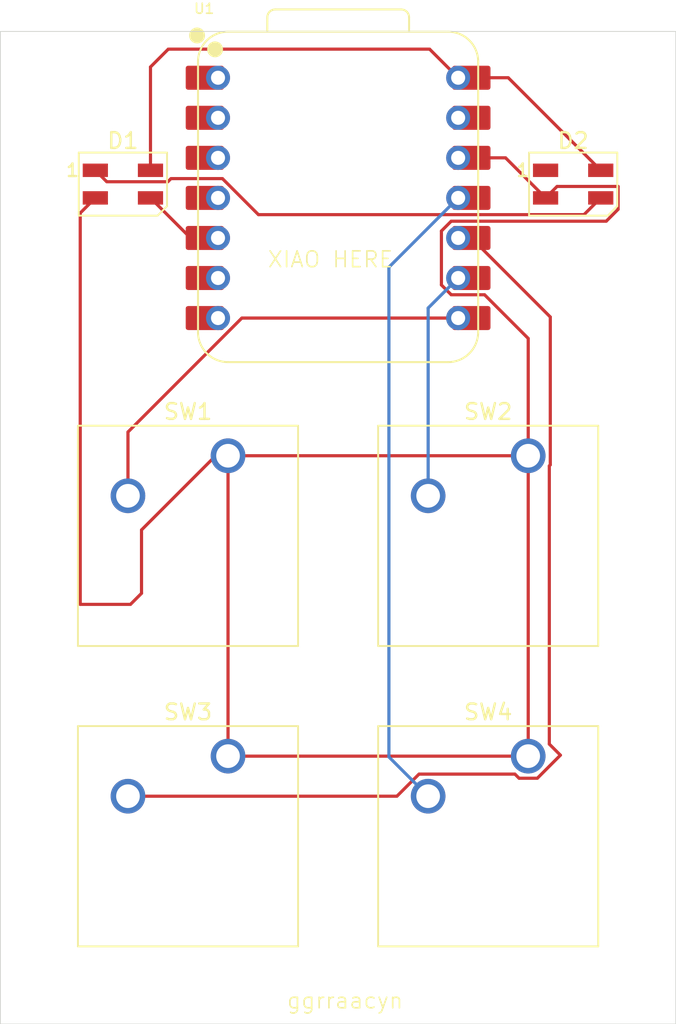
<source format=kicad_pcb>
(kicad_pcb (version 20241229) (generator "pcbnew") (generator_version "9.0")
  (layers (0 "F.Cu" signal) (2 "B.Cu" signal) (13 "F.Paste" user) (15 "B.Paste" user) (5 "F.SilkS" user "F.Silkscreen") (7 "B.SilkS" user "B.Silkscreen") (1 "F.Mask" user) (3 "B.Mask" user) (25 "Edge.Cuts" user))
  (net 0 "")
  (net 1 "Net-(D1-DOUT)")
  (net 2 "Net-(D1-DIN)")
  (net 3 "+5V")
  (net 4 "GND")
  (net 6 "Net-(U1-GPIO1{slash}RX)")
  (net 7 "Net-(U1-GPIO2{slash}SCK)")
  (net 8 "Net-(U1-GPIO4{slash}MISO)")
  (net 9 "Net-(U1-GPIO3{slash}MOSI)")
  (footprint "Button_Switch_Keyboard:SW_Cherry_MX_1.00u_PCB" (layer "F.Cu") (at 193.04 118.745)
    (property "Reference" "SW2" (at -2.54 -2.794 0) (layer "F.SilkS"))
    (property "Value" "SW_Push")
    (fp_line (start -9.525 -1.905) (end 4.445 -1.905) (stroke (width 0.12)) (layer "F.SilkS"))
    (fp_line (start -9.525 12.065) (end -9.525 -1.905) (stroke (width 0.12)) (layer "F.SilkS"))
    (fp_line (start 4.445 -1.905) (end 4.445 12.065) (stroke (width 0.12)) (layer "F.SilkS"))
    (fp_line (start 4.445 12.065) (end -9.525 12.065) (stroke (width 0.12)) (layer "F.SilkS"))
    (pad "" np_thru_hole circle (at -7.62 5.08) (size 1.7 1.7) (drill 1.7) (layers "*.Cu" "*.Mask"))
    (pad "" np_thru_hole circle (at -2.54 5.08) (size 4 4) (drill 4) (layers "*.Cu" "*.Mask"))
    (pad "" np_thru_hole circle (at 2.54 5.08) (size 1.7 1.7) (drill 1.7) (layers "*.Cu" "*.Mask"))
    (pad "1" thru_hole circle (at 0 0) (size 2.2 2.2) (drill 1.5) (layers "*.Cu" "*.Mask") (net 4 "GND"))
    (pad "2" thru_hole circle (at -6.35 2.54) (size 2.2 2.2) (drill 1.5) (layers "*.Cu" "*.Mask") (net 7 "Net-(U1-GPIO2{slash}SCK)"))
  )
  (footprint "LED_SMD:LED_SK6812MINI_PLCC4_3.5x3.5mm_P1.75mm" (layer "F.Cu") (at 167.31875 101.51875)
    (property "Reference" "D1" (at 0 -2.75 0) (layer "F.SilkS"))
    (property "Value" "SK6812MINI")
    (fp_line (start -2.8 -2) (end -2.8 2) (stroke (width 0.12)) (layer "F.SilkS"))
    (fp_line (start -2.8 -2) (end 2.8 -2) (stroke (width 0.12)) (layer "F.SilkS"))
    (fp_line (start -2.8 2) (end 2.2 2) (stroke (width 0.12)) (layer "F.SilkS"))
    (fp_line (start 2.8 1.4) (end 2.2 2) (stroke (width 0.12)) (layer "F.SilkS"))
    (fp_line (start 2.8 1.4) (end 2.8 -2) (stroke (width 0.12)) (layer "F.SilkS"))
    (fp_text user "1" (at -3.2 -0.875 0) (layer "F.SilkS") (effects (font (size 0.8 0.8))))
    (pad "1" smd rect (at -1.75 -0.875) (size 1.6 0.85) (layers "F.Cu" "F.Mask" "F.Paste") (net 1 "Net-(D1-DOUT)"))
    (pad "2" smd rect (at -1.75 0.875) (size 1.6 0.85) (layers "F.Cu" "F.Mask" "F.Paste") (net 4 "GND"))
    (pad "3" smd rect (at 1.75 0.875) (size 1.6 0.85) (layers "F.Cu" "F.Mask" "F.Paste") (net 2 "Net-(D1-DIN)"))
    (pad "4" smd rect (at 1.75 -0.875) (size 1.6 0.85) (layers "F.Cu" "F.Mask" "F.Paste") (net 3 "+5V"))
  )
  (footprint "Button_Switch_Keyboard:SW_Cherry_MX_1.00u_PCB" (layer "F.Cu") (at 173.99 118.745)
    (property "Reference" "SW1" (at -2.54 -2.794 0) (layer "F.SilkS"))
    (property "Value" "SW_Push")
    (fp_line (start -9.525 -1.905) (end 4.445 -1.905) (stroke (width 0.12)) (layer "F.SilkS"))
    (fp_line (start -9.525 12.065) (end -9.525 -1.905) (stroke (width 0.12)) (layer "F.SilkS"))
    (fp_line (start 4.445 -1.905) (end 4.445 12.065) (stroke (width 0.12)) (layer "F.SilkS"))
    (fp_line (start 4.445 12.065) (end -9.525 12.065) (stroke (width 0.12)) (layer "F.SilkS"))
    (pad "" np_thru_hole circle (at -7.62 5.08) (size 1.7 1.7) (drill 1.7) (layers "*.Cu" "*.Mask"))
    (pad "" np_thru_hole circle (at -2.54 5.08) (size 4 4) (drill 4) (layers "*.Cu" "*.Mask"))
    (pad "" np_thru_hole circle (at 2.54 5.08) (size 1.7 1.7) (drill 1.7) (layers "*.Cu" "*.Mask"))
    (pad "1" thru_hole circle (at 0 0) (size 2.2 2.2) (drill 1.5) (layers "*.Cu" "*.Mask") (net 4 "GND"))
    (pad "2" thru_hole circle (at -6.35 2.54) (size 2.2 2.2) (drill 1.5) (layers "*.Cu" "*.Mask") (net 6 "Net-(U1-GPIO1{slash}RX)"))
  )
  (footprint "Button_Switch_Keyboard:SW_Cherry_MX_1.00u_PCB" (layer "F.Cu") (at 193.04 137.795)
    (property "Reference" "SW4" (at -2.54 -2.794 0) (layer "F.SilkS"))
    (property "Value" "SW_Push")
    (fp_line (start -9.525 -1.905) (end 4.445 -1.905) (stroke (width 0.12)) (layer "F.SilkS"))
    (fp_line (start -9.525 12.065) (end -9.525 -1.905) (stroke (width 0.12)) (layer "F.SilkS"))
    (fp_line (start 4.445 -1.905) (end 4.445 12.065) (stroke (width 0.12)) (layer "F.SilkS"))
    (fp_line (start 4.445 12.065) (end -9.525 12.065) (stroke (width 0.12)) (layer "F.SilkS"))
    (pad "" np_thru_hole circle (at -7.62 5.08) (size 1.7 1.7) (drill 1.7) (layers "*.Cu" "*.Mask"))
    (pad "" np_thru_hole circle (at -2.54 5.08) (size 4 4) (drill 4) (layers "*.Cu" "*.Mask"))
    (pad "" np_thru_hole circle (at 2.54 5.08) (size 1.7 1.7) (drill 1.7) (layers "*.Cu" "*.Mask"))
    (pad "1" thru_hole circle (at 0 0) (size 2.2 2.2) (drill 1.5) (layers "*.Cu" "*.Mask") (net 4 "GND"))
    (pad "2" thru_hole circle (at -6.35 2.54) (size 2.2 2.2) (drill 1.5) (layers "*.Cu" "*.Mask") (net 9 "Net-(U1-GPIO3{slash}MOSI)"))
  )
  (footprint "Button_Switch_Keyboard:SW_Cherry_MX_1.00u_PCB" (layer "F.Cu") (at 173.99 137.795)
    (property "Reference" "SW3" (at -2.54 -2.794 0) (layer "F.SilkS"))
    (property "Value" "SW_Push")
    (fp_line (start -9.525 -1.905) (end 4.445 -1.905) (stroke (width 0.12)) (layer "F.SilkS"))
    (fp_line (start -9.525 12.065) (end -9.525 -1.905) (stroke (width 0.12)) (layer "F.SilkS"))
    (fp_line (start 4.445 -1.905) (end 4.445 12.065) (stroke (width 0.12)) (layer "F.SilkS"))
    (fp_line (start 4.445 12.065) (end -9.525 12.065) (stroke (width 0.12)) (layer "F.SilkS"))
    (pad "" np_thru_hole circle (at -7.62 5.08) (size 1.7 1.7) (drill 1.7) (layers "*.Cu" "*.Mask"))
    (pad "" np_thru_hole circle (at -2.54 5.08) (size 4 4) (drill 4) (layers "*.Cu" "*.Mask"))
    (pad "" np_thru_hole circle (at 2.54 5.08) (size 1.7 1.7) (drill 1.7) (layers "*.Cu" "*.Mask"))
    (pad "1" thru_hole circle (at 0 0) (size 2.2 2.2) (drill 1.5) (layers "*.Cu" "*.Mask") (net 4 "GND"))
    (pad "2" thru_hole circle (at -6.35 2.54) (size 2.2 2.2) (drill 1.5) (layers "*.Cu" "*.Mask") (net 8 "Net-(U1-GPIO4{slash}MISO)"))
  )
  (footprint "Library:XIAO-RP2040-DIP" (layer "F.Cu") (at 180.975 102.39375)
    (property "Reference" "U1" (at -8.5 -12 0) (layer "F.SilkS") (effects (font (size 0.635 0.635) (thickness 0.1016))))
    (property "Value" "XIAO-RP2040-DIP")
    (fp_line (start -8.89 8.509) (end -8.89 -8.636) (stroke (width 0.127)) (layer "F.SilkS"))
    (fp_line (start -6.985 10.414) (end 6.985 10.414) (stroke (width 0.127)) (layer "F.SilkS"))
    (fp_line (start -4.495 -10.541) (end -4.491272 -11.451272) (stroke (width 0.127)) (layer "F.SilkS"))
    (fp_line (start -3.991272 -11.951) (end 4.004 -11.951) (stroke (width 0.127)) (layer "F.SilkS"))
    (fp_line (start 4.504 -11.451) (end 4.504 -10.541) (stroke (width 0.127)) (layer "F.SilkS"))
    (fp_line (start 6.985 -10.541) (end -6.985 -10.541) (stroke (width 0.1)) (layer "F.SilkS"))
    (fp_line (start 6.985 -10.541) (end -6.985 -10.541) (stroke (width 0.127)) (layer "F.SilkS"))
    (fp_line (start 8.89 8.509) (end 8.89 -8.636) (stroke (width 0.127)) (layer "F.SilkS"))
    (fp_arc (start -8.89 -8.636) (mid -8.332038 -9.983038) (end -6.985 -10.541) (stroke (width 0.127)) (layer "F.SilkS"))
    (fp_arc (start -6.985 10.414) (mid -8.332038 9.856038) (end -8.89 8.509) (stroke (width 0.127)) (layer "F.SilkS"))
    (fp_arc (start -4.491272 -11.451272) (mid -4.344728 -11.80464) (end -3.991272 -11.951) (stroke (width 0.127)) (layer "F.SilkS"))
    (fp_arc (start 4.004 -11.951) (mid 4.357553 -11.804553) (end 4.504 -11.451) (stroke (width 0.127)) (layer "F.SilkS"))
    (fp_arc (start 6.985 -10.541) (mid 8.332038 -9.983038) (end 8.89 -8.636) (stroke (width 0.127)) (layer "F.SilkS"))
    (fp_arc (start 8.89 8.509) (mid 8.332038 9.856038) (end 6.985 10.414) (stroke (width 0.127)) (layer "F.SilkS"))
    (fp_circle (center -8.95 -10.3) (end -8.95 -10.554) (stroke (width 0.5)) (fill yes) (layer "F.SilkS"))
    (fp_circle (center -7.807 -9.42) (end -7.807 -9.674) (stroke (width 0.5)) (fill yes) (layer "F.SilkS"))
    (pad "1" smd roundrect (at -8.455 -7.62 180) (size 2.432 1.524) (layers "F.Cu" "F.Mask") (roundrect_rratio 0.1))
    (pad "1" thru_hole circle (at -7.62 -7.62 180) (size 1.524 1.524) (drill 0.889) (layers "*.Cu" "*.Mask"))
    (pad "2" smd roundrect (at -8.455 -5.08 180) (size 2.432 1.524) (layers "F.Cu" "F.Mask") (roundrect_rratio 0.1))
    (pad "2" thru_hole circle (at -7.62 -5.08 180) (size 1.524 1.524) (drill 0.889) (layers "*.Cu" "*.Mask"))
    (pad "3" smd roundrect (at -8.455 -2.54 180) (size 2.432 1.524) (layers "F.Cu" "F.Mask") (roundrect_rratio 0.1))
    (pad "3" thru_hole circle (at -7.62 -2.54 180) (size 1.524 1.524) (drill 0.889) (layers "*.Cu" "*.Mask"))
    (pad "4" smd roundrect (at -8.455 0 180) (size 2.432 1.524) (layers "F.Cu" "F.Mask") (roundrect_rratio 0.1))
    (pad "4" thru_hole circle (at -7.62 0 180) (size 1.524 1.524) (drill 0.889) (layers "*.Cu" "*.Mask"))
    (pad "5" smd roundrect (at -8.455 2.54 180) (size 2.432 1.524) (layers "F.Cu" "F.Mask") (roundrect_rratio 0.1) (net 2 "Net-(D1-DIN)"))
    (pad "5" thru_hole circle (at -7.62 2.54 180) (size 1.524 1.524) (drill 0.889) (layers "*.Cu" "*.Mask") (net 2 "Net-(D1-DIN)"))
    (pad "6" smd roundrect (at -8.455 5.08 180) (size 2.432 1.524) (layers "F.Cu" "F.Mask") (roundrect_rratio 0.1))
    (pad "6" thru_hole circle (at -7.62 5.08 180) (size 1.524 1.524) (drill 0.889) (layers "*.Cu" "*.Mask"))
    (pad "7" smd roundrect (at -8.455 7.62 180) (size 2.432 1.524) (layers "F.Cu" "F.Mask") (roundrect_rratio 0.1))
    (pad "7" thru_hole circle (at -7.62 7.62 180) (size 1.524 1.524) (drill 0.889) (layers "*.Cu" "*.Mask"))
    (pad "8" thru_hole circle (at 7.62 7.62) (size 1.524 1.524) (drill 0.889) (layers "*.Cu" "*.Mask") (net 6 "Net-(U1-GPIO1{slash}RX)"))
    (pad "8" smd roundrect (at 8.455 7.62) (size 2.432 1.524) (layers "F.Cu" "F.Mask") (roundrect_rratio 0.1) (net 6 "Net-(U1-GPIO1{slash}RX)"))
    (pad "9" thru_hole circle (at 7.62 5.08) (size 1.524 1.524) (drill 0.889) (layers "*.Cu" "*.Mask") (net 7 "Net-(U1-GPIO2{slash}SCK)"))
    (pad "9" smd roundrect (at 8.455 5.08) (size 2.432 1.524) (layers "F.Cu" "F.Mask") (roundrect_rratio 0.1) (net 7 "Net-(U1-GPIO2{slash}SCK)"))
    (pad "10" thru_hole circle (at 7.62 2.54) (size 1.524 1.524) (drill 0.889) (layers "*.Cu" "*.Mask") (net 8 "Net-(U1-GPIO4{slash}MISO)"))
    (pad "10" smd roundrect (at 8.455 2.54) (size 2.432 1.524) (layers "F.Cu" "F.Mask") (roundrect_rratio 0.1) (net 8 "Net-(U1-GPIO4{slash}MISO)"))
    (pad "11" thru_hole circle (at 7.62 0) (size 1.524 1.524) (drill 0.889) (layers "*.Cu" "*.Mask") (net 9 "Net-(U1-GPIO3{slash}MOSI)"))
    (pad "11" smd roundrect (at 8.455 0) (size 2.432 1.524) (layers "F.Cu" "F.Mask") (roundrect_rratio 0.1) (net 9 "Net-(U1-GPIO3{slash}MOSI)"))
    (pad "12" thru_hole circle (at 7.62 -2.54) (size 1.524 1.524) (drill 0.889) (layers "*.Cu" "*.Mask") (net 4 "GND"))
    (pad "12" smd roundrect (at 8.455 -2.54) (size 2.432 1.524) (layers "F.Cu" "F.Mask") (roundrect_rratio 0.1) (net 4 "GND"))
    (pad "13" thru_hole circle (at 7.62 -5.08) (size 1.524 1.524) (drill 0.889) (layers "*.Cu" "*.Mask"))
    (pad "13" smd roundrect (at 8.455 -5.08) (size 2.432 1.524) (layers "F.Cu" "F.Mask") (roundrect_rratio 0.1))
    (pad "14" thru_hole circle (at 7.62 -7.62) (size 1.524 1.524) (drill 0.889) (layers "*.Cu" "*.Mask") (net 3 "+5V"))
    (pad "14" smd roundrect (at 8.455 -7.62) (size 2.432 1.524) (layers "F.Cu" "F.Mask") (roundrect_rratio 0.1) (net 3 "+5V"))
  )
  (footprint "LED_SMD:LED_SK6812MINI_PLCC4_3.5x3.5mm_P1.75mm" (layer "F.Cu") (at 195.89375 101.51875)
    (property "Reference" "D2" (at 0 -2.75 0) (layer "F.SilkS"))
    (property "Value" "SK6812MINI")
    (fp_line (start -2.8 -2) (end -2.8 2) (stroke (width 0.12)) (layer "F.SilkS"))
    (fp_line (start -2.8 -2) (end 2.8 -2) (stroke (width 0.12)) (layer "F.SilkS"))
    (fp_line (start -2.8 2) (end 2.2 2) (stroke (width 0.12)) (layer "F.SilkS"))
    (fp_line (start 2.8 1.4) (end 2.2 2) (stroke (width 0.12)) (layer "F.SilkS"))
    (fp_line (start 2.8 1.4) (end 2.8 -2) (stroke (width 0.12)) (layer "F.SilkS"))
    (fp_text user "1" (at -3.2 -0.875 0) (layer "F.SilkS") (effects (font (size 0.8 0.8))))
    (pad "1" smd rect (at -1.75 -0.875) (size 1.6 0.85) (layers "F.Cu" "F.Mask" "F.Paste"))
    (pad "2" smd rect (at -1.75 0.875) (size 1.6 0.85) (layers "F.Cu" "F.Mask" "F.Paste") (net 4 "GND"))
    (pad "3" smd rect (at 1.75 0.875) (size 1.6 0.85) (layers "F.Cu" "F.Mask" "F.Paste") (net 1 "Net-(D1-DOUT)"))
    (pad "4" smd rect (at 1.75 -0.875) (size 1.6 0.85) (layers "F.Cu" "F.Mask" "F.Paste") (net 3 "+5V"))
  )
  (gr_rect (start 159.54375 91.83875) (end 202.40625 154.78125) (stroke (width 0.05)) (fill no) (layer "Edge.Cuts"))
  (gr_text "XIAO HERE" (at 176.45 106.88 0) (layer "F.SilkS") (effects (font (size 1 1) (thickness 0.1)) (justify left bottom)))
  (gr_text "ggrraacyn" (at 177.66 153.88 0) (layer "F.SilkS") (effects (font (size 1 1) (thickness 0.1)) (justify left bottom)))
  (segment (start 197.64375 102.39375) (end 196.58075 103.45675) (width 0.2) (layer "F.Cu") (net 1))
  (segment (start 196.58075 103.45675) (end 175.92131 103.45675) (width 0.2) (layer "F.Cu") (net 1))
  (segment (start 175.92131 103.45675) (end 173.63456 101.17) (width 0.2) (layer "F.Cu") (net 1))
  (segment (start 170.16975 101.36975) (end 166.29475 101.36975) (width 0.2) (layer "F.Cu") (net 1))
  (segment (start 173.63456 101.17) (end 170.3695 101.17) (width 0.2) (layer "F.Cu") (net 1))
  (segment (start 170.3695 101.17) (end 170.16975 101.36975) (width 0.2) (layer "F.Cu") (net 1))
  (segment (start 166.29475 101.36975) (end 165.56875 100.64375) (width 0.2) (layer "F.Cu") (net 1))
  (segment (start 169.06875 102.39375) (end 171.60875 104.93375) (width 0.2) (layer "F.Cu") (net 2))
  (segment (start 171.60875 104.93375) (end 173.355 104.93375) (width 0.2) (layer "F.Cu") (net 2))
  (segment (start 186.78125 92.96) (end 188.595 94.77375) (width 0.2) (layer "F.Cu") (net 3))
  (segment (start 197.64375 100.64375) (end 191.77375 94.77375) (width 0.2) (layer "F.Cu") (net 3))
  (segment (start 169.06875 94.09125) (end 170.2 92.96) (width 0.2) (layer "F.Cu") (net 3))
  (segment (start 191.77375 94.77375) (end 189.43 94.77375) (width 0.2) (layer "F.Cu") (net 3))
  (segment (start 169.06875 100.64375) (end 169.06875 94.09125) (width 0.2) (layer "F.Cu") (net 3))
  (segment (start 170.2 92.96) (end 186.78125 92.96) (width 0.2) (layer "F.Cu") (net 3))
  (segment (start 165.56875 102.39375) (end 164.61 103.3525) (width 0.2) (layer "F.Cu") (net 4))
  (segment (start 194.14375 102.39375) (end 194.86975 101.66775) (width 0.2) (layer "F.Cu") (net 4))
  (segment (start 193.04 118.745) (end 193.04 137.795) (width 0.2) (layer "F.Cu") (net 4))
  (segment (start 194.86975 101.66775) (end 198.74475 101.66775) (width 0.2) (layer "F.Cu") (net 4))
  (segment (start 168.5 123.450184) (end 173.205184 118.745) (width 0.2) (layer "F.Cu") (net 4))
  (segment (start 197.99375 103.87075) (end 188.15469 103.87075) (width 0.2) (layer "F.Cu") (net 4))
  (segment (start 188.15469 108.53675) (end 190.271626 108.53675) (width 0.2) (layer "F.Cu") (net 4))
  (segment (start 198.74475 103.11975) (end 197.99375 103.87075) (width 0.2) (layer "F.Cu") (net 4))
  (segment (start 164.61 128.17) (end 167.8 128.17) (width 0.2) (layer "F.Cu") (net 4))
  (segment (start 194.14375 102.39375) (end 191.60375 99.85375) (width 0.2) (layer "F.Cu") (net 4))
  (segment (start 167.8 128.17) (end 168.5 127.47) (width 0.2) (layer "F.Cu") (net 4))
  (segment (start 187.532 107.91406) (end 188.15469 108.53675) (width 0.2) (layer "F.Cu") (net 4))
  (segment (start 193.04 137.795) (end 173.99 137.795) (width 0.2) (layer "F.Cu") (net 4))
  (segment (start 173.99 137.795) (end 173.99 118.745) (width 0.2) (layer "F.Cu") (net 4))
  (segment (start 187.532 104.49344) (end 187.532 107.91406) (width 0.2) (layer "F.Cu") (net 4))
  (segment (start 173.99 118.745) (end 193.04 118.745) (width 0.2) (layer "F.Cu") (net 4))
  (segment (start 168.5 127.47) (end 168.5 123.450184) (width 0.2) (layer "F.Cu") (net 4))
  (segment (start 164.61 103.3525) (end 164.61 128.17) (width 0.2) (layer "F.Cu") (net 4))
  (segment (start 173.205184 118.745) (end 173.99 118.745) (width 0.2) (layer "F.Cu") (net 4))
  (segment (start 190.271626 108.53675) (end 193.04 111.305124) (width 0.2) (layer "F.Cu") (net 4))
  (segment (start 198.74475 101.66775) (end 198.74475 103.11975) (width 0.2) (layer "F.Cu") (net 4))
  (segment (start 193.04 111.305124) (end 193.04 118.745) (width 0.2) (layer "F.Cu") (net 4))
  (segment (start 191.60375 99.85375) (end 188.595 99.85375) (width 0.2) (layer "F.Cu") (net 4))
  (segment (start 188.15469 103.87075) (end 187.532 104.49344) (width 0.2) (layer "F.Cu") (net 4))
  (segment (start 188.595 110.01375) (end 174.86625 110.01375) (width 0.2) (layer "F.Cu") (net 6))
  (segment (start 167.64 117.24) (end 167.64 121.285) (width 0.2) (layer "F.Cu") (net 6))
  (segment (start 174.86625 110.01375) (end 167.64 117.24) (width 0.2) (layer "F.Cu") (net 6))
  (segment (start 188.595 107.47375) (end 186.69 109.37875) (width 0.2) (layer "B.Cu") (net 7))
  (segment (start 186.69 109.37875) (end 186.69 121.285) (width 0.2) (layer "B.Cu") (net 7))
  (segment (start 167.64 140.335) (end 184.708686 140.335) (width 0.2) (layer "F.Cu") (net 8))
  (segment (start 192.197686 138.934) (end 192.459686 139.196) (width 0.2) (layer "F.Cu") (net 8))
  (segment (start 195.08253 137.733784) (end 194.379 137.030254) (width 0.2) (layer "F.Cu") (net 8))
  (segment (start 194.379 137.030254) (end 194.379 119.387314) (width 0.2) (layer "F.Cu") (net 8))
  (segment (start 192.459686 139.196) (end 193.620314 139.196) (width 0.2) (layer "F.Cu") (net 8))
  (segment (start 186.109686 138.934) (end 192.197686 138.934) (width 0.2) (layer "F.Cu") (net 8))
  (segment (start 194.379 119.387314) (end 194.441 119.325314) (width 0.2) (layer "F.Cu") (net 8))
  (segment (start 193.620314 139.196) (end 195.08253 137.733784) (width 0.2) (layer "F.Cu") (net 8))
  (segment (start 194.441 109.94475) (end 189.43 104.93375) (width 0.2) (layer "F.Cu") (net 8))
  (segment (start 194.441 119.325314) (end 194.441 109.94475) (width 0.2) (layer "F.Cu") (net 8))
  (segment (start 184.708686 140.335) (end 186.109686 138.934) (width 0.2) (layer "F.Cu") (net 8))
  (segment (start 188.595 102.39375) (end 184.2 106.78875) (width 0.2) (layer "B.Cu") (net 9))
  (segment (start 184.2 106.78875) (end 184.2 137.845) (width 0.2) (layer "B.Cu") (net 9))
  (segment (start 184.2 137.845) (end 186.69 140.335) (width 0.2) (layer "B.Cu") (net 9))
)
</source>
